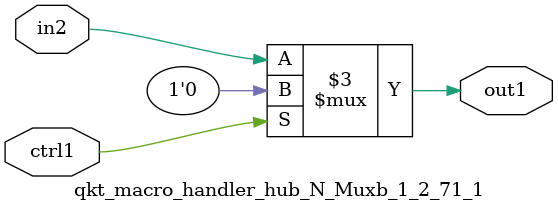
<source format=v>

`timescale 1ps / 1ps


module qkt_macro_handler_hub_N_Muxb_1_2_71_1( in2, ctrl1, out1 );

    input in2;
    input ctrl1;
    output out1;
    reg out1;

    
    // rtl_process:qkt_macro_handler_hub_N_Muxb_1_2_71_1/qkt_macro_handler_hub_N_Muxb_1_2_71_1_thread_1
    always @*
      begin : qkt_macro_handler_hub_N_Muxb_1_2_71_1_thread_1
        case (ctrl1) 
          1'b1: 
            begin
              out1 = 1'b0;
            end
          default: 
            begin
              out1 = in2;
            end
        endcase
      end

endmodule



</source>
